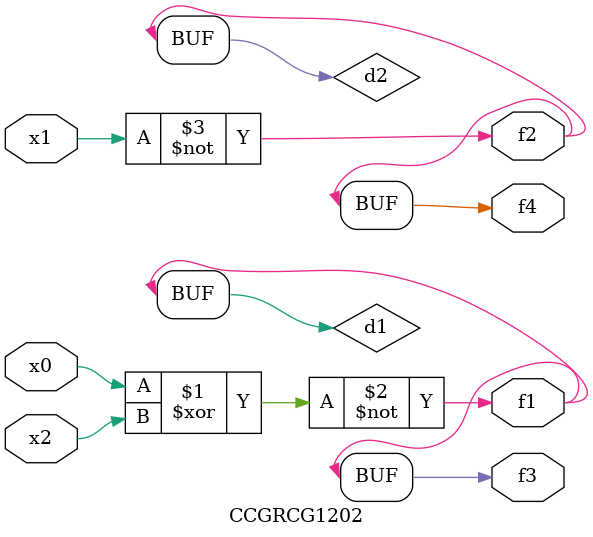
<source format=v>
module CCGRCG1202(
	input x0, x1, x2,
	output f1, f2, f3, f4
);

	wire d1, d2, d3;

	xnor (d1, x0, x2);
	nand (d2, x1);
	nor (d3, x1, x2);
	assign f1 = d1;
	assign f2 = d2;
	assign f3 = d1;
	assign f4 = d2;
endmodule

</source>
